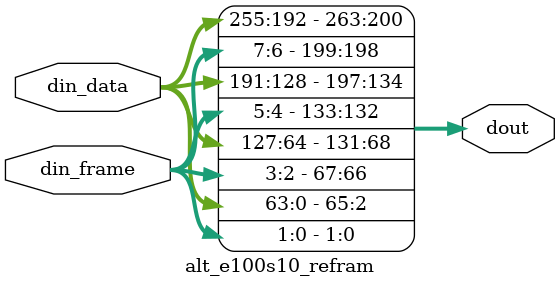
<source format=v>



`timescale 1 ps / 1 ps

module alt_e100s10_refram #(
	parameter WORDS = 4	
)(
	input [64*WORDS-1:0] din_data,
	input [2*WORDS-1:0] din_frame,
	output [66*WORDS-1:0] dout	
);

genvar i;
generate
	for (i=0; i<WORDS; i=i+1) begin : lp
		// merge the framing and data bits
		assign 
             dout[(i+1)*66-1:i*66] = {din_data[(i+1)*64-1:i*64],
									din_frame[(i+1)*2-1:i*2]};
    end
endgenerate	

endmodule
// BENCHMARK INFO :  5SGXEA7N2F45C2ES
// BENCHMARK INFO :  Max depth :  0.0 LUTs
// BENCHMARK INFO :  Combinational ALUTs : 0
// BENCHMARK INFO :  Memory ALUTs : 0
// BENCHMARK INFO :  Dedicated logic registers : 0
// BENCHMARK INFO :  Total block memory bits : 0

</source>
